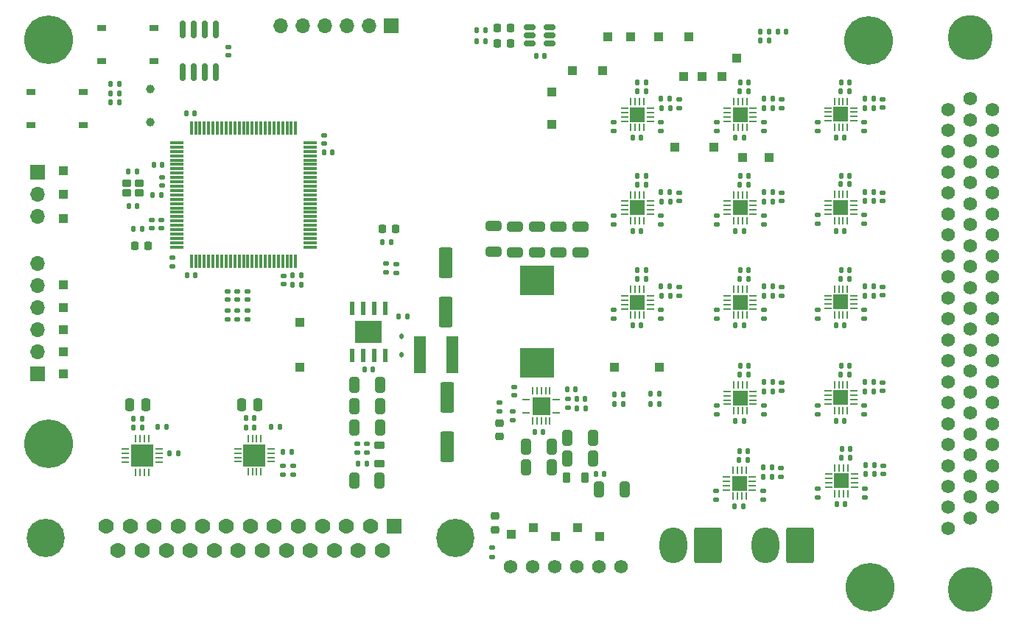
<source format=gbr>
%TF.GenerationSoftware,KiCad,Pcbnew,8.0.1*%
%TF.CreationDate,2024-11-04T21:37:07-08:00*%
%TF.ProjectId,kasm_pcb_rev2,6b61736d-5f70-4636-925f-726576322e6b,rev?*%
%TF.SameCoordinates,Original*%
%TF.FileFunction,Soldermask,Top*%
%TF.FilePolarity,Negative*%
%FSLAX46Y46*%
G04 Gerber Fmt 4.6, Leading zero omitted, Abs format (unit mm)*
G04 Created by KiCad (PCBNEW 8.0.1) date 2024-11-04 21:37:07*
%MOMM*%
%LPD*%
G01*
G04 APERTURE LIST*
G04 Aperture macros list*
%AMRoundRect*
0 Rectangle with rounded corners*
0 $1 Rounding radius*
0 $2 $3 $4 $5 $6 $7 $8 $9 X,Y pos of 4 corners*
0 Add a 4 corners polygon primitive as box body*
4,1,4,$2,$3,$4,$5,$6,$7,$8,$9,$2,$3,0*
0 Add four circle primitives for the rounded corners*
1,1,$1+$1,$2,$3*
1,1,$1+$1,$4,$5*
1,1,$1+$1,$6,$7*
1,1,$1+$1,$8,$9*
0 Add four rect primitives between the rounded corners*
20,1,$1+$1,$2,$3,$4,$5,0*
20,1,$1+$1,$4,$5,$6,$7,0*
20,1,$1+$1,$6,$7,$8,$9,0*
20,1,$1+$1,$8,$9,$2,$3,0*%
G04 Aperture macros list end*
%ADD10RoundRect,0.135000X-0.185000X0.135000X-0.185000X-0.135000X0.185000X-0.135000X0.185000X0.135000X0*%
%ADD11RoundRect,0.218750X0.256250X-0.218750X0.256250X0.218750X-0.256250X0.218750X-0.256250X-0.218750X0*%
%ADD12C,4.395000*%
%ADD13RoundRect,0.102000X-0.781050X-0.781050X0.781050X-0.781050X0.781050X0.781050X-0.781050X0.781050X0*%
%ADD14C,1.766100*%
%ADD15RoundRect,0.135000X-0.135000X-0.185000X0.135000X-0.185000X0.135000X0.185000X-0.135000X0.185000X0*%
%ADD16RoundRect,0.062500X0.375000X0.062500X-0.375000X0.062500X-0.375000X-0.062500X0.375000X-0.062500X0*%
%ADD17RoundRect,0.062500X0.062500X0.375000X-0.062500X0.375000X-0.062500X-0.375000X0.062500X-0.375000X0*%
%ADD18R,2.600000X2.600000*%
%ADD19RoundRect,0.250000X0.325000X0.650000X-0.325000X0.650000X-0.325000X-0.650000X0.325000X-0.650000X0*%
%ADD20RoundRect,0.135000X0.135000X0.185000X-0.135000X0.185000X-0.135000X-0.185000X0.135000X-0.185000X0*%
%ADD21R,0.600000X1.550000*%
%ADD22R,3.100000X2.600000*%
%ADD23R,1.000000X0.750000*%
%ADD24R,1.000000X1.000000*%
%ADD25RoundRect,0.140000X-0.140000X-0.170000X0.140000X-0.170000X0.140000X0.170000X-0.140000X0.170000X0*%
%ADD26RoundRect,0.140000X0.170000X-0.140000X0.170000X0.140000X-0.170000X0.140000X-0.170000X-0.140000X0*%
%ADD27RoundRect,0.140000X0.140000X0.170000X-0.140000X0.170000X-0.140000X-0.170000X0.140000X-0.170000X0*%
%ADD28RoundRect,0.062500X-0.325000X-0.062500X0.325000X-0.062500X0.325000X0.062500X-0.325000X0.062500X0*%
%ADD29RoundRect,0.062500X-0.062500X-0.325000X0.062500X-0.325000X0.062500X0.325000X-0.062500X0.325000X0*%
%ADD30R,1.800000X1.800000*%
%ADD31R,1.400000X4.200000*%
%ADD32RoundRect,0.218750X-0.218750X-0.256250X0.218750X-0.256250X0.218750X0.256250X-0.218750X0.256250X0*%
%ADD33RoundRect,0.250000X0.550000X-1.500000X0.550000X1.500000X-0.550000X1.500000X-0.550000X-1.500000X0*%
%ADD34RoundRect,0.250000X1.330000X1.800000X-1.330000X1.800000X-1.330000X-1.800000X1.330000X-1.800000X0*%
%ADD35O,3.160000X4.100000*%
%ADD36C,5.600000*%
%ADD37RoundRect,0.135000X0.185000X-0.135000X0.185000X0.135000X-0.185000X0.135000X-0.185000X-0.135000X0*%
%ADD38RoundRect,0.112500X0.112500X-0.187500X0.112500X0.187500X-0.112500X0.187500X-0.112500X-0.187500X0*%
%ADD39C,1.574800*%
%ADD40RoundRect,0.218750X0.381250X-0.218750X0.381250X0.218750X-0.381250X0.218750X-0.381250X-0.218750X0*%
%ADD41RoundRect,0.147500X0.172500X-0.147500X0.172500X0.147500X-0.172500X0.147500X-0.172500X-0.147500X0*%
%ADD42RoundRect,0.250000X0.650000X-0.325000X0.650000X0.325000X-0.650000X0.325000X-0.650000X-0.325000X0*%
%ADD43RoundRect,0.218750X0.218750X0.381250X-0.218750X0.381250X-0.218750X-0.381250X0.218750X-0.381250X0*%
%ADD44RoundRect,0.250000X0.250000X0.475000X-0.250000X0.475000X-0.250000X-0.475000X0.250000X-0.475000X0*%
%ADD45R,4.000000X3.500000*%
%ADD46RoundRect,0.218750X0.218750X0.256250X-0.218750X0.256250X-0.218750X-0.256250X0.218750X-0.256250X0*%
%ADD47C,1.575000*%
%ADD48C,5.175000*%
%ADD49RoundRect,0.250000X-0.325000X-0.650000X0.325000X-0.650000X0.325000X0.650000X-0.325000X0.650000X0*%
%ADD50RoundRect,0.150000X-0.150000X0.825000X-0.150000X-0.825000X0.150000X-0.825000X0.150000X0.825000X0*%
%ADD51RoundRect,0.140000X-0.170000X0.140000X-0.170000X-0.140000X0.170000X-0.140000X0.170000X0.140000X0*%
%ADD52RoundRect,0.218750X-0.256250X0.218750X-0.256250X-0.218750X0.256250X-0.218750X0.256250X0.218750X0*%
%ADD53RoundRect,0.150000X0.512500X0.150000X-0.512500X0.150000X-0.512500X-0.150000X0.512500X-0.150000X0*%
%ADD54RoundRect,0.250000X-0.550000X1.500000X-0.550000X-1.500000X0.550000X-1.500000X0.550000X1.500000X0*%
%ADD55R,0.850000X0.280000*%
%ADD56R,0.280000X0.850000*%
%ADD57R,2.050000X2.050000*%
%ADD58C,1.000000*%
%ADD59R,1.700000X1.700000*%
%ADD60O,1.700000X1.700000*%
%ADD61RoundRect,0.102000X-0.373000X-0.323000X0.373000X-0.323000X0.373000X0.323000X-0.373000X0.323000X0*%
%ADD62RoundRect,0.075000X-0.725000X-0.075000X0.725000X-0.075000X0.725000X0.075000X-0.725000X0.075000X0*%
%ADD63RoundRect,0.075000X-0.075000X-0.725000X0.075000X-0.725000X0.075000X0.725000X-0.075000X0.725000X0*%
G04 APERTURE END LIST*
D10*
%TO.C,R23*%
X132359400Y-117830600D03*
X132359400Y-116810600D03*
%TD*%
D11*
%TO.C,D9*%
X132685600Y-113153100D03*
X132685600Y-114728100D03*
%TD*%
D12*
%TO.C,J4*%
X81077400Y-115697000D03*
X128118200Y-115697000D03*
D13*
X121157800Y-114274600D03*
D14*
X118397800Y-114274600D03*
X115637800Y-114274600D03*
X112877800Y-114274600D03*
X110117800Y-114274600D03*
X107357800Y-114274600D03*
X104597800Y-114274600D03*
X101837800Y-114274600D03*
X99077800Y-114274600D03*
X96317800Y-114274600D03*
X93557800Y-114274600D03*
X90797800Y-114274600D03*
X88037800Y-114274600D03*
X119777800Y-117119400D03*
X117017800Y-117119400D03*
X114257800Y-117119400D03*
X111497800Y-117119400D03*
X108737800Y-117119400D03*
X105977800Y-117119400D03*
X103217800Y-117119400D03*
X100457800Y-117119400D03*
X97697800Y-117119400D03*
X94937800Y-117119400D03*
X92177800Y-117119400D03*
X89417800Y-117119400D03*
%TD*%
D15*
%TO.C,R81*%
X160780000Y-106710200D03*
X161800000Y-106710200D03*
%TD*%
D16*
%TO.C,U9*%
X107018600Y-106903800D03*
X107018600Y-106403800D03*
X107018600Y-105903800D03*
X107018600Y-105403800D03*
D17*
X105831100Y-104216300D03*
X105331100Y-104216300D03*
X104831100Y-104216300D03*
X104331100Y-104216300D03*
D16*
X103143600Y-105403800D03*
X103143600Y-105903800D03*
X103143600Y-106403800D03*
X103143600Y-106903800D03*
D17*
X104331100Y-108091300D03*
X104831100Y-108091300D03*
X105331100Y-108091300D03*
X105831100Y-108091300D03*
D18*
X105081100Y-106153800D03*
%TD*%
D15*
%TO.C,R36*%
X172438600Y-64262000D03*
X173458600Y-64262000D03*
%TD*%
D19*
%TO.C,C2*%
X119473800Y-109089800D03*
X116523800Y-109089800D03*
%TD*%
D20*
%TO.C,R7*%
X147421600Y-100253800D03*
X146401600Y-100253800D03*
%TD*%
D15*
%TO.C,R71*%
X172438600Y-85852000D03*
X173458600Y-85852000D03*
%TD*%
%TO.C,R16*%
X93370600Y-76250800D03*
X94390600Y-76250800D03*
%TD*%
D21*
%TO.C,U1*%
X120094600Y-89257600D03*
X118824600Y-89257600D03*
X117554600Y-89257600D03*
X116284600Y-89257600D03*
X116284600Y-94657600D03*
X117554600Y-94657600D03*
X118824600Y-94657600D03*
X120094600Y-94657600D03*
D22*
X118189600Y-91957600D03*
%TD*%
D15*
%TO.C,R76*%
X149045200Y-85877400D03*
X150065200Y-85877400D03*
%TD*%
D23*
%TO.C,SW1*%
X79375000Y-64393600D03*
X85375000Y-64393600D03*
X79375000Y-68143600D03*
X85375000Y-68143600D03*
%TD*%
D10*
%TO.C,R40*%
X169773600Y-78534800D03*
X169773600Y-79554800D03*
%TD*%
%TO.C,R9*%
X134793800Y-101137600D03*
X134793800Y-102157600D03*
%TD*%
D24*
%TO.C,TP33*%
X160502600Y-60502800D03*
%TD*%
D25*
%TO.C,C75*%
X148541800Y-91236800D03*
X149501800Y-91236800D03*
%TD*%
D26*
%TO.C,C50*%
X177266600Y-66164400D03*
X177266600Y-65204400D03*
%TD*%
D15*
%TO.C,R96*%
X149045200Y-75006200D03*
X150065200Y-75006200D03*
%TD*%
D27*
%TO.C,C57*%
X92148600Y-102971600D03*
X91188600Y-102971600D03*
%TD*%
D28*
%TO.C,U12*%
X170985700Y-98774400D03*
X170985700Y-99274400D03*
X170985700Y-99774400D03*
X170985700Y-100274400D03*
D29*
X171723200Y-101011900D03*
X172223200Y-101011900D03*
X172723200Y-101011900D03*
X173223200Y-101011900D03*
D28*
X173960700Y-100274400D03*
X173960700Y-99774400D03*
X173960700Y-99274400D03*
X173960700Y-98774400D03*
D29*
X173223200Y-98036900D03*
X172723200Y-98036900D03*
X172223200Y-98036900D03*
X171723200Y-98036900D03*
D30*
X172473200Y-99524400D03*
%TD*%
D27*
%TO.C,C73*%
X173454000Y-84861400D03*
X172494000Y-84861400D03*
%TD*%
D15*
%TO.C,R54*%
X163624800Y-65151000D03*
X164644800Y-65151000D03*
%TD*%
D25*
%TO.C,C51*%
X171935200Y-80340200D03*
X172895200Y-80340200D03*
%TD*%
D28*
%TO.C,U11*%
X170985700Y-76905000D03*
X170985700Y-77405000D03*
X170985700Y-77905000D03*
X170985700Y-78405000D03*
D29*
X171723200Y-79142500D03*
X172223200Y-79142500D03*
X172723200Y-79142500D03*
X173223200Y-79142500D03*
D28*
X173960700Y-78405000D03*
X173960700Y-77905000D03*
X173960700Y-77405000D03*
X173960700Y-76905000D03*
D29*
X173223200Y-76167500D03*
X172723200Y-76167500D03*
X172223200Y-76167500D03*
X171723200Y-76167500D03*
D30*
X172473200Y-77655000D03*
%TD*%
D19*
%TO.C,C15*%
X139242400Y-105207400D03*
X136292400Y-105207400D03*
%TD*%
D10*
%TO.C,R95*%
X146380200Y-78560200D03*
X146380200Y-79580200D03*
%TD*%
D25*
%TO.C,C25*%
X142141000Y-100736200D03*
X143101000Y-100736200D03*
%TD*%
D26*
%TO.C,C74*%
X177266600Y-87754400D03*
X177266600Y-86794400D03*
%TD*%
D24*
%TO.C,TP22*%
X139217400Y-64338200D03*
%TD*%
D31*
%TO.C,L1*%
X124073600Y-94594800D03*
X127773600Y-94594800D03*
%TD*%
D20*
%TO.C,R13*%
X92159400Y-80137000D03*
X91139400Y-80137000D03*
%TD*%
D25*
%TO.C,C69*%
X148541800Y-69646800D03*
X149501800Y-69646800D03*
%TD*%
D27*
%TO.C,C88*%
X150060600Y-74015600D03*
X149100600Y-74015600D03*
%TD*%
D26*
%TO.C,C62*%
X165684200Y-66189800D03*
X165684200Y-65229800D03*
%TD*%
D15*
%TO.C,R18*%
X119735700Y-81610200D03*
X120755700Y-81610200D03*
%TD*%
D24*
%TO.C,TP13*%
X110261400Y-90850600D03*
%TD*%
D27*
%TO.C,C40*%
X91543200Y-73507600D03*
X90583200Y-73507600D03*
%TD*%
D10*
%TO.C,R80*%
X158115000Y-110264200D03*
X158115000Y-111284200D03*
%TD*%
D32*
%TO.C,D5*%
X119760900Y-80137000D03*
X121335900Y-80137000D03*
%TD*%
D15*
%TO.C,R69*%
X151813800Y-65151000D03*
X152833800Y-65151000D03*
%TD*%
D33*
%TO.C,C8*%
X127015800Y-89647800D03*
X127015800Y-84047800D03*
%TD*%
D25*
%TO.C,C24*%
X142136000Y-99650800D03*
X143096000Y-99650800D03*
%TD*%
D34*
%TO.C,J1*%
X167784000Y-116522600D03*
D35*
X163824000Y-116522600D03*
%TD*%
D27*
%TO.C,C79*%
X161795400Y-105719600D03*
X160835400Y-105719600D03*
%TD*%
D25*
%TO.C,C54*%
X171935200Y-102209600D03*
X172895200Y-102209600D03*
%TD*%
D24*
%TO.C,TP15*%
X83108800Y-86563200D03*
%TD*%
D27*
%TO.C,C64*%
X161871600Y-84886800D03*
X160911600Y-84886800D03*
%TD*%
D36*
%TO.C,H3*%
X81432400Y-58389400D03*
%TD*%
D15*
%TO.C,R10*%
X146401600Y-99118932D03*
X147421600Y-99118932D03*
%TD*%
D24*
%TO.C,TP31*%
X157861000Y-70713600D03*
%TD*%
D15*
%TO.C,R84*%
X163548600Y-107573800D03*
X164568600Y-107573800D03*
%TD*%
D27*
%TO.C,C27*%
X110441800Y-85471000D03*
X109481800Y-85471000D03*
%TD*%
D10*
%TO.C,R82*%
X163525200Y-110262200D03*
X163525200Y-111282200D03*
%TD*%
D24*
%TO.C,TP29*%
X158826200Y-62585600D03*
%TD*%
D15*
%TO.C,R26*%
X108301600Y-105765600D03*
X109321600Y-105765600D03*
%TD*%
D37*
%TO.C,R27*%
X109499400Y-108383800D03*
X109499400Y-107363800D03*
%TD*%
D24*
%TO.C,TP16*%
X144741900Y-115468400D03*
%TD*%
D38*
%TO.C,D1*%
X122012000Y-94603400D03*
X122012000Y-92503400D03*
%TD*%
D15*
%TO.C,R68*%
X151839200Y-66217800D03*
X152859200Y-66217800D03*
%TD*%
D26*
%TO.C,C71*%
X153873200Y-66189800D03*
X153873200Y-65229800D03*
%TD*%
D15*
%TO.C,R56*%
X160856200Y-85877400D03*
X161876200Y-85877400D03*
%TD*%
D39*
%TO.C,J6*%
X134518400Y-118986800D03*
X137058400Y-118986800D03*
X139598400Y-118986800D03*
X142138400Y-118986800D03*
X144678400Y-118986800D03*
X147218400Y-118986800D03*
%TD*%
D25*
%TO.C,C63*%
X160352800Y-91236800D03*
X161312800Y-91236800D03*
%TD*%
D10*
%TO.C,R90*%
X158191200Y-78560200D03*
X158191200Y-79580200D03*
%TD*%
D15*
%TO.C,R12*%
X88517000Y-65582800D03*
X89537000Y-65582800D03*
%TD*%
%TO.C,R41*%
X172438600Y-74980800D03*
X173458600Y-74980800D03*
%TD*%
D40*
%TO.C,FB1*%
X119446600Y-107104300D03*
X119446600Y-104979300D03*
%TD*%
D10*
%TO.C,R45*%
X169773600Y-100404200D03*
X169773600Y-101424200D03*
%TD*%
D15*
%TO.C,R63*%
X163650200Y-98806000D03*
X164670200Y-98806000D03*
%TD*%
D10*
%TO.C,R35*%
X169773600Y-67816000D03*
X169773600Y-68836000D03*
%TD*%
D15*
%TO.C,R14*%
X88517000Y-63398400D03*
X89537000Y-63398400D03*
%TD*%
D10*
%TO.C,R42*%
X175183800Y-78532800D03*
X175183800Y-79552800D03*
%TD*%
D24*
%TO.C,TP14*%
X83108800Y-78892400D03*
%TD*%
D27*
%TO.C,C70*%
X150060600Y-63296800D03*
X149100600Y-63296800D03*
%TD*%
D25*
%TO.C,C41*%
X90634000Y-77444600D03*
X91594000Y-77444600D03*
%TD*%
D28*
%TO.C,U15*%
X159403300Y-98799800D03*
X159403300Y-99299800D03*
X159403300Y-99799800D03*
X159403300Y-100299800D03*
D29*
X160140800Y-101037300D03*
X160640800Y-101037300D03*
X161140800Y-101037300D03*
X161640800Y-101037300D03*
D28*
X162378300Y-100299800D03*
X162378300Y-99799800D03*
X162378300Y-99299800D03*
X162378300Y-98799800D03*
D29*
X161640800Y-98062300D03*
X161140800Y-98062300D03*
X160640800Y-98062300D03*
X160140800Y-98062300D03*
D30*
X160890800Y-99549800D03*
%TD*%
D24*
%TO.C,TP5*%
X151638000Y-96062800D03*
%TD*%
D26*
%TO.C,C80*%
X165608000Y-108612600D03*
X165608000Y-107652600D03*
%TD*%
D41*
%TO.C,D6*%
X101981000Y-88272000D03*
X101981000Y-87302000D03*
%TD*%
D42*
%TO.C,C19*%
X132542800Y-82756600D03*
X132542800Y-79806600D03*
%TD*%
D41*
%TO.C,D7*%
X103124000Y-88274000D03*
X103124000Y-87304000D03*
%TD*%
D25*
%TO.C,C84*%
X160352800Y-80365600D03*
X161312800Y-80365600D03*
%TD*%
D43*
%TO.C,FB2*%
X143058600Y-108738000D03*
X140933600Y-108738000D03*
%TD*%
D10*
%TO.C,R92*%
X163601400Y-78558200D03*
X163601400Y-79578200D03*
%TD*%
D24*
%TO.C,TP23*%
X141605000Y-61925200D03*
%TD*%
D25*
%TO.C,C36*%
X93504200Y-72720200D03*
X94464200Y-72720200D03*
%TD*%
D26*
%TO.C,C31*%
X94488000Y-75156000D03*
X94488000Y-74196000D03*
%TD*%
D10*
%TO.C,R47*%
X175183800Y-100402200D03*
X175183800Y-101422200D03*
%TD*%
%TO.C,R11*%
X141066600Y-99699600D03*
X141066600Y-100719600D03*
%TD*%
D15*
%TO.C,R49*%
X175207200Y-97713800D03*
X176227200Y-97713800D03*
%TD*%
D26*
%TO.C,C89*%
X153873200Y-76908600D03*
X153873200Y-75948600D03*
%TD*%
D15*
%TO.C,R86*%
X172514800Y-106405400D03*
X173534800Y-106405400D03*
%TD*%
D44*
%TO.C,C58*%
X92618600Y-100355400D03*
X90718600Y-100355400D03*
%TD*%
D45*
%TO.C,L2*%
X137591800Y-95555000D03*
X137591800Y-86055000D03*
%TD*%
D24*
%TO.C,TP24*%
X151561800Y-57988200D03*
%TD*%
%TO.C,TP1*%
X146456400Y-96062800D03*
%TD*%
D10*
%TO.C,R85*%
X169849800Y-109959400D03*
X169849800Y-110979400D03*
%TD*%
D46*
%TO.C,D4*%
X134518500Y-57023000D03*
X132943500Y-57023000D03*
%TD*%
D10*
%TO.C,R52*%
X163601400Y-67839400D03*
X163601400Y-68859400D03*
%TD*%
D24*
%TO.C,TP32*%
X156540200Y-62585600D03*
%TD*%
D27*
%TO.C,C28*%
X98276800Y-85471000D03*
X97316800Y-85471000D03*
%TD*%
D47*
%TO.C,J20*%
X184835800Y-66362800D03*
X184835800Y-68772800D03*
X184835800Y-71182800D03*
X184835800Y-73592800D03*
X184835800Y-76002800D03*
X184835800Y-78412800D03*
X184835800Y-80822800D03*
X184835800Y-83232800D03*
X184835800Y-85642800D03*
X184835800Y-88052800D03*
X184835800Y-90462800D03*
X184835800Y-92872800D03*
X184835800Y-95282800D03*
X184835800Y-97692800D03*
X184835800Y-100102800D03*
X184835800Y-102512800D03*
X184835800Y-104922800D03*
X184835800Y-107332800D03*
X184835800Y-109742800D03*
X184835800Y-112152800D03*
X184835800Y-114562800D03*
X187375800Y-65157800D03*
X187375800Y-67567800D03*
X187375800Y-69977800D03*
X187375800Y-72387800D03*
X187375800Y-74797800D03*
X187375800Y-77207800D03*
X187375800Y-79617800D03*
X187375800Y-82027800D03*
X187375800Y-84437800D03*
X187375800Y-86847800D03*
X187375800Y-89257800D03*
X187375800Y-91667800D03*
X187375800Y-94077800D03*
X187375800Y-96487800D03*
X187375800Y-98897800D03*
X187375800Y-101307800D03*
X187375800Y-103717800D03*
X187375800Y-106127800D03*
X187375800Y-108537800D03*
X187375800Y-110947800D03*
X187375800Y-113357800D03*
X189915800Y-66362800D03*
X189915800Y-68772800D03*
X189915800Y-71182800D03*
X189915800Y-73592800D03*
X189915800Y-76002800D03*
X189915800Y-78412800D03*
X189915800Y-80822800D03*
X189915800Y-83232800D03*
X189915800Y-85642800D03*
X189915800Y-88052800D03*
X189915800Y-90462800D03*
X189915800Y-92872800D03*
X189915800Y-95282800D03*
X189915800Y-97692800D03*
X189915800Y-100102800D03*
X189915800Y-102512800D03*
X189915800Y-104922800D03*
X189915800Y-107332800D03*
X189915800Y-109742800D03*
X189915800Y-112152800D03*
D48*
X187375800Y-58109800D03*
X187375800Y-121610800D03*
%TD*%
D24*
%TO.C,TP34*%
X164185600Y-71882000D03*
%TD*%
D25*
%TO.C,C66*%
X160352800Y-102235000D03*
X161312800Y-102235000D03*
%TD*%
D49*
%TO.C,C10*%
X144682400Y-110058800D03*
X147632400Y-110058800D03*
%TD*%
D24*
%TO.C,TP19*%
X139217400Y-68046600D03*
%TD*%
D27*
%TO.C,C82*%
X173530200Y-105414800D03*
X172570200Y-105414800D03*
%TD*%
D10*
%TO.C,R21*%
X104267000Y-89533000D03*
X104267000Y-90553000D03*
%TD*%
D15*
%TO.C,R66*%
X149045200Y-64287400D03*
X150065200Y-64287400D03*
%TD*%
D25*
%TO.C,C78*%
X160276600Y-112069600D03*
X161236600Y-112069600D03*
%TD*%
D10*
%TO.C,R65*%
X146380200Y-67841400D03*
X146380200Y-68861400D03*
%TD*%
D42*
%TO.C,C21*%
X137543800Y-82782000D03*
X137543800Y-79832000D03*
%TD*%
D15*
%TO.C,R31*%
X95322200Y-105892600D03*
X96342200Y-105892600D03*
%TD*%
D28*
%TO.C,U18*%
X147592300Y-87801600D03*
X147592300Y-88301600D03*
X147592300Y-88801600D03*
X147592300Y-89301600D03*
D29*
X148329800Y-90039100D03*
X148829800Y-90039100D03*
X149329800Y-90039100D03*
X149829800Y-90039100D03*
D28*
X150567300Y-89301600D03*
X150567300Y-88801600D03*
X150567300Y-88301600D03*
X150567300Y-87801600D03*
D29*
X149829800Y-87064100D03*
X149329800Y-87064100D03*
X148829800Y-87064100D03*
X148329800Y-87064100D03*
D30*
X149079800Y-88551600D03*
%TD*%
D26*
%TO.C,C77*%
X153873200Y-87779800D03*
X153873200Y-86819800D03*
%TD*%
D50*
%TO.C,U3*%
X100595200Y-57138800D03*
X99325200Y-57138800D03*
X98055200Y-57138800D03*
X96785200Y-57138800D03*
X96785200Y-62088800D03*
X98055200Y-62088800D03*
X99325200Y-62088800D03*
X100595200Y-62088800D03*
%TD*%
D23*
%TO.C,SW2*%
X87500200Y-57027600D03*
X93500200Y-57027600D03*
X87500200Y-60777600D03*
X93500200Y-60777600D03*
%TD*%
D10*
%TO.C,R37*%
X175183800Y-67814000D03*
X175183800Y-68834000D03*
%TD*%
D15*
%TO.C,R83*%
X163574000Y-108640600D03*
X164594000Y-108640600D03*
%TD*%
D24*
%TO.C,TP7*%
X83108800Y-94250932D03*
%TD*%
D15*
%TO.C,R73*%
X175232600Y-87782400D03*
X176252600Y-87782400D03*
%TD*%
D28*
%TO.C,U8*%
X170985700Y-66186200D03*
X170985700Y-66686200D03*
X170985700Y-67186200D03*
X170985700Y-67686200D03*
D29*
X171723200Y-68423700D03*
X172223200Y-68423700D03*
X172723200Y-68423700D03*
X173223200Y-68423700D03*
D28*
X173960700Y-67686200D03*
X173960700Y-67186200D03*
X173960700Y-66686200D03*
X173960700Y-66186200D03*
D29*
X173223200Y-65448700D03*
X172723200Y-65448700D03*
X172223200Y-65448700D03*
X171723200Y-65448700D03*
D30*
X172473200Y-66936200D03*
%TD*%
D24*
%TO.C,TP28*%
X154432000Y-62585600D03*
%TD*%
D27*
%TO.C,C16*%
X138248200Y-103438666D03*
X137288200Y-103438666D03*
%TD*%
D51*
%TO.C,C35*%
X93298400Y-79098200D03*
X93298400Y-80058200D03*
%TD*%
D15*
%TO.C,R58*%
X163650200Y-87807800D03*
X164670200Y-87807800D03*
%TD*%
D28*
%TO.C,U22*%
X147592300Y-76930400D03*
X147592300Y-77430400D03*
X147592300Y-77930400D03*
X147592300Y-78430400D03*
D29*
X148329800Y-79167900D03*
X148829800Y-79167900D03*
X149329800Y-79167900D03*
X149829800Y-79167900D03*
D28*
X150567300Y-78430400D03*
X150567300Y-77930400D03*
X150567300Y-77430400D03*
X150567300Y-76930400D03*
D29*
X149829800Y-76192900D03*
X149329800Y-76192900D03*
X148829800Y-76192900D03*
X148329800Y-76192900D03*
D30*
X149079800Y-77680400D03*
%TD*%
D26*
%TO.C,C86*%
X165684200Y-76908600D03*
X165684200Y-75948600D03*
%TD*%
D10*
%TO.C,R55*%
X158191200Y-89431400D03*
X158191200Y-90451400D03*
%TD*%
D25*
%TO.C,C33*%
X137467500Y-60198000D03*
X138427500Y-60198000D03*
%TD*%
D26*
%TO.C,C34*%
X94365200Y-80058200D03*
X94365200Y-79098200D03*
%TD*%
D27*
%TO.C,C7*%
X118679400Y-96296600D03*
X117719400Y-96296600D03*
%TD*%
D42*
%TO.C,C20*%
X135043300Y-82780200D03*
X135043300Y-79830200D03*
%TD*%
D25*
%TO.C,C11*%
X144305800Y-108331600D03*
X145265800Y-108331600D03*
%TD*%
D10*
%TO.C,R57*%
X163601400Y-89429400D03*
X163601400Y-90449400D03*
%TD*%
D28*
%TO.C,U21*%
X159403300Y-76930400D03*
X159403300Y-77430400D03*
X159403300Y-77930400D03*
X159403300Y-78430400D03*
D29*
X160140800Y-79167900D03*
X160640800Y-79167900D03*
X161140800Y-79167900D03*
X161640800Y-79167900D03*
D28*
X162378300Y-78430400D03*
X162378300Y-77930400D03*
X162378300Y-77430400D03*
X162378300Y-76930400D03*
D29*
X161640800Y-76192900D03*
X161140800Y-76192900D03*
X160640800Y-76192900D03*
X160140800Y-76192900D03*
D30*
X160890800Y-77680400D03*
%TD*%
D52*
%TO.C,D2*%
X133244400Y-102438100D03*
X133244400Y-104013100D03*
%TD*%
D27*
%TO.C,C37*%
X89507000Y-64490600D03*
X88547000Y-64490600D03*
%TD*%
D10*
%TO.C,R62*%
X163601400Y-100427600D03*
X163601400Y-101447600D03*
%TD*%
D25*
%TO.C,C42*%
X165239000Y-57378600D03*
X166199000Y-57378600D03*
%TD*%
D28*
%TO.C,U19*%
X159327100Y-108634400D03*
X159327100Y-109134400D03*
X159327100Y-109634400D03*
X159327100Y-110134400D03*
D29*
X160064600Y-110871900D03*
X160564600Y-110871900D03*
X161064600Y-110871900D03*
X161564600Y-110871900D03*
D28*
X162302100Y-110134400D03*
X162302100Y-109634400D03*
X162302100Y-109134400D03*
X162302100Y-108634400D03*
D29*
X161564600Y-107896900D03*
X161064600Y-107896900D03*
X160564600Y-107896900D03*
X160064600Y-107896900D03*
D30*
X160814600Y-109384400D03*
%TD*%
D26*
%TO.C,C59*%
X177266600Y-98752600D03*
X177266600Y-97792600D03*
%TD*%
D36*
%TO.C,H2*%
X81432400Y-104825800D03*
%TD*%
D15*
%TO.C,R32*%
X163229800Y-57378600D03*
X164249800Y-57378600D03*
%TD*%
D26*
%TO.C,C83*%
X177342800Y-108307800D03*
X177342800Y-107347800D03*
%TD*%
D10*
%TO.C,R77*%
X151790400Y-89429400D03*
X151790400Y-90449400D03*
%TD*%
D24*
%TO.C,TP10*%
X83108800Y-89204800D03*
%TD*%
D20*
%TO.C,R33*%
X164247800Y-58445400D03*
X163227800Y-58445400D03*
%TD*%
D53*
%TO.C,U6*%
X138963500Y-58796000D03*
X138963500Y-57846000D03*
X138963500Y-56896000D03*
X136688500Y-56896000D03*
X136688500Y-57846000D03*
X136688500Y-58796000D03*
%TD*%
D54*
%TO.C,C9*%
X127193600Y-99541800D03*
X127193600Y-105141800D03*
%TD*%
D10*
%TO.C,R72*%
X175183800Y-89404000D03*
X175183800Y-90424000D03*
%TD*%
D27*
%TO.C,C85*%
X161871600Y-74015600D03*
X160911600Y-74015600D03*
%TD*%
D26*
%TO.C,C26*%
X102083600Y-60165200D03*
X102083600Y-59205200D03*
%TD*%
D27*
%TO.C,C52*%
X173454000Y-73990200D03*
X172494000Y-73990200D03*
%TD*%
D24*
%TO.C,TP8*%
X83108800Y-96774000D03*
%TD*%
D42*
%TO.C,C18*%
X142544800Y-82807400D03*
X142544800Y-79857400D03*
%TD*%
D15*
%TO.C,R43*%
X175232600Y-76911200D03*
X176252600Y-76911200D03*
%TD*%
%TO.C,R46*%
X172438600Y-96850200D03*
X173458600Y-96850200D03*
%TD*%
D28*
%TO.C,U20*%
X171061900Y-108329600D03*
X171061900Y-108829600D03*
X171061900Y-109329600D03*
X171061900Y-109829600D03*
D29*
X171799400Y-110567100D03*
X172299400Y-110567100D03*
X172799400Y-110567100D03*
X173299400Y-110567100D03*
D28*
X174036900Y-109829600D03*
X174036900Y-109329600D03*
X174036900Y-108829600D03*
X174036900Y-108329600D03*
D29*
X173299400Y-107592100D03*
X172799400Y-107592100D03*
X172299400Y-107592100D03*
X171799400Y-107592100D03*
D30*
X172549400Y-109079600D03*
%TD*%
D24*
%TO.C,TP9*%
X83108800Y-91727866D03*
%TD*%
D19*
%TO.C,C14*%
X139242400Y-107578866D03*
X136292400Y-107578866D03*
%TD*%
D27*
%TO.C,C56*%
X92148600Y-101942800D03*
X91188600Y-101942800D03*
%TD*%
D55*
%TO.C,U2*%
X136302600Y-101245000D03*
D56*
X137027600Y-102220000D03*
X137527600Y-102220000D03*
X138027600Y-102220000D03*
X138527600Y-102220000D03*
X139027600Y-102220000D03*
D55*
X139752600Y-101245000D03*
X139752600Y-99745000D03*
D56*
X139027600Y-98770000D03*
X138527600Y-98770000D03*
X138027600Y-98770000D03*
X137527600Y-98770000D03*
X137027600Y-98770000D03*
D55*
X136302600Y-99745000D03*
D57*
X138027600Y-100495000D03*
%TD*%
D49*
%TO.C,C12*%
X141064000Y-104156732D03*
X144014000Y-104156732D03*
%TD*%
D27*
%TO.C,C43*%
X105029000Y-101904800D03*
X104069000Y-101904800D03*
%TD*%
D37*
%TO.C,R28*%
X108331000Y-108383800D03*
X108331000Y-107363800D03*
%TD*%
D36*
%TO.C,H1*%
X175793400Y-121335800D03*
%TD*%
D15*
%TO.C,R34*%
X93978000Y-102920800D03*
X94998000Y-102920800D03*
%TD*%
D16*
%TO.C,U10*%
X94114100Y-106922000D03*
X94114100Y-106422000D03*
X94114100Y-105922000D03*
X94114100Y-105422000D03*
D17*
X92926600Y-104234500D03*
X92426600Y-104234500D03*
X91926600Y-104234500D03*
X91426600Y-104234500D03*
D16*
X90239100Y-105422000D03*
X90239100Y-105922000D03*
X90239100Y-106422000D03*
X90239100Y-106922000D03*
D17*
X91426600Y-108109500D03*
X91926600Y-108109500D03*
X92426600Y-108109500D03*
X92926600Y-108109500D03*
D18*
X92176600Y-106172000D03*
%TD*%
D27*
%TO.C,C46*%
X105026400Y-102946200D03*
X104066400Y-102946200D03*
%TD*%
D25*
%TO.C,C81*%
X172011400Y-111764800D03*
X172971400Y-111764800D03*
%TD*%
D24*
%TO.C,TP25*%
X154965400Y-57988200D03*
%TD*%
%TO.C,TP6*%
X142201900Y-114452400D03*
%TD*%
D15*
%TO.C,R79*%
X151813800Y-86741000D03*
X152833800Y-86741000D03*
%TD*%
D25*
%TO.C,C48*%
X171935200Y-69621400D03*
X172895200Y-69621400D03*
%TD*%
D10*
%TO.C,R67*%
X151790400Y-67839400D03*
X151790400Y-68859400D03*
%TD*%
%TO.C,R3*%
X116932000Y-104869400D03*
X116932000Y-105889400D03*
%TD*%
D36*
%TO.C,H4*%
X175691800Y-58445400D03*
%TD*%
D25*
%TO.C,C87*%
X148541800Y-80365600D03*
X149501800Y-80365600D03*
%TD*%
D58*
%TO.C,TP27*%
X93141800Y-64033400D03*
%TD*%
D15*
%TO.C,R89*%
X175283400Y-107269000D03*
X176303400Y-107269000D03*
%TD*%
D37*
%TO.C,R4*%
X120234000Y-85148000D03*
X120234000Y-84128000D03*
%TD*%
D42*
%TO.C,C22*%
X140044300Y-82807400D03*
X140044300Y-79857400D03*
%TD*%
D10*
%TO.C,R6*%
X133209200Y-100075900D03*
X133209200Y-101095900D03*
%TD*%
D32*
%TO.C,L3*%
X91287400Y-82032350D03*
X92862400Y-82032350D03*
%TD*%
D28*
%TO.C,U16*%
X147592300Y-66211600D03*
X147592300Y-66711600D03*
X147592300Y-67211600D03*
X147592300Y-67711600D03*
D29*
X148329800Y-68449100D03*
X148829800Y-68449100D03*
X149329800Y-68449100D03*
X149829800Y-68449100D03*
D28*
X150567300Y-67711600D03*
X150567300Y-67211600D03*
X150567300Y-66711600D03*
X150567300Y-66211600D03*
D29*
X149829800Y-65474100D03*
X149329800Y-65474100D03*
X148829800Y-65474100D03*
X148329800Y-65474100D03*
D30*
X149079800Y-66961600D03*
%TD*%
D15*
%TO.C,R61*%
X160856200Y-96875600D03*
X161876200Y-96875600D03*
%TD*%
D25*
%TO.C,C30*%
X97215200Y-66827400D03*
X98175200Y-66827400D03*
%TD*%
D28*
%TO.C,U17*%
X170985700Y-87776200D03*
X170985700Y-88276200D03*
X170985700Y-88776200D03*
X170985700Y-89276200D03*
D29*
X171723200Y-90013700D03*
X172223200Y-90013700D03*
X172723200Y-90013700D03*
X173223200Y-90013700D03*
D28*
X173960700Y-89276200D03*
X173960700Y-88776200D03*
X173960700Y-88276200D03*
X173960700Y-87776200D03*
D29*
X173223200Y-87038700D03*
X172723200Y-87038700D03*
X172223200Y-87038700D03*
X171723200Y-87038700D03*
D30*
X172473200Y-88526200D03*
%TD*%
D15*
%TO.C,R93*%
X163650200Y-76936600D03*
X164670200Y-76936600D03*
%TD*%
D25*
%TO.C,C23*%
X141026600Y-98578000D03*
X141986600Y-98578000D03*
%TD*%
D24*
%TO.C,TP30*%
X153416000Y-70713600D03*
%TD*%
D10*
%TO.C,R2*%
X121419000Y-84144600D03*
X121419000Y-85164600D03*
%TD*%
D15*
%TO.C,R39*%
X175207200Y-65125600D03*
X176227200Y-65125600D03*
%TD*%
%TO.C,R29*%
X106982800Y-102895400D03*
X108002800Y-102895400D03*
%TD*%
D24*
%TO.C,TP2*%
X137121900Y-114452400D03*
%TD*%
D25*
%TO.C,C45*%
X113083400Y-71272400D03*
X114043400Y-71272400D03*
%TD*%
D15*
%TO.C,R74*%
X175207200Y-86715600D03*
X176227200Y-86715600D03*
%TD*%
%TO.C,R38*%
X175232600Y-66192400D03*
X176252600Y-66192400D03*
%TD*%
D51*
%TO.C,C44*%
X108458000Y-85524400D03*
X108458000Y-86484400D03*
%TD*%
D15*
%TO.C,R91*%
X160856200Y-75006200D03*
X161876200Y-75006200D03*
%TD*%
D25*
%TO.C,C32*%
X109479200Y-86537800D03*
X110439200Y-86537800D03*
%TD*%
D10*
%TO.C,R50*%
X158191200Y-67841400D03*
X158191200Y-68861400D03*
%TD*%
D37*
%TO.C,R1*%
X117998800Y-105889400D03*
X117998800Y-104869400D03*
%TD*%
D59*
%TO.C,J5*%
X120777000Y-56769000D03*
D60*
X118237000Y-56769000D03*
X115697000Y-56769000D03*
X113157000Y-56769000D03*
X110617000Y-56769000D03*
X108077000Y-56769000D03*
%TD*%
D15*
%TO.C,R51*%
X160856200Y-64287400D03*
X161876200Y-64287400D03*
%TD*%
D24*
%TO.C,TP20*%
X145719800Y-57988200D03*
%TD*%
D10*
%TO.C,R97*%
X151790400Y-78558200D03*
X151790400Y-79578200D03*
%TD*%
D59*
%TO.C,J7*%
X80137000Y-73609200D03*
D60*
X80137000Y-76149200D03*
X80137000Y-78689200D03*
%TD*%
D15*
%TO.C,R64*%
X163624800Y-97739200D03*
X164644800Y-97739200D03*
%TD*%
D10*
%TO.C,R75*%
X146380200Y-89431400D03*
X146380200Y-90451400D03*
%TD*%
D59*
%TO.C,J3*%
X80137000Y-96748600D03*
D60*
X80137000Y-94208600D03*
X80137000Y-91668600D03*
X80137000Y-89128600D03*
X80137000Y-86588600D03*
X80137000Y-84048600D03*
%TD*%
D15*
%TO.C,R44*%
X175207200Y-75844400D03*
X176227200Y-75844400D03*
%TD*%
%TO.C,R59*%
X163624800Y-86741000D03*
X164644800Y-86741000D03*
%TD*%
D61*
%TO.C,Y1*%
X90402800Y-76003800D03*
X91852800Y-76003800D03*
X91852800Y-74853800D03*
X90402800Y-74853800D03*
%TD*%
D27*
%TO.C,C76*%
X150060600Y-84886800D03*
X149100600Y-84886800D03*
%TD*%
D51*
%TO.C,C29*%
X113110400Y-69319200D03*
X113110400Y-70279200D03*
%TD*%
D24*
%TO.C,TP35*%
X161163000Y-71882000D03*
%TD*%
D26*
%TO.C,C53*%
X177266600Y-76883200D03*
X177266600Y-75923200D03*
%TD*%
D19*
%TO.C,C4*%
X119499200Y-102937332D03*
X116549200Y-102937332D03*
%TD*%
D24*
%TO.C,TP21*%
X148285200Y-57988200D03*
%TD*%
D25*
%TO.C,C1*%
X121659000Y-90170000D03*
X122619000Y-90170000D03*
%TD*%
D58*
%TO.C,TP26*%
X93141800Y-67843400D03*
%TD*%
D15*
%TO.C,R53*%
X163650200Y-66217800D03*
X164670200Y-66217800D03*
%TD*%
%TO.C,R15*%
X130619000Y-58547000D03*
X131639000Y-58547000D03*
%TD*%
%TO.C,R94*%
X163624800Y-75869800D03*
X164644800Y-75869800D03*
%TD*%
D24*
%TO.C,TP17*%
X83108800Y-76149200D03*
%TD*%
D15*
%TO.C,R99*%
X151813800Y-75869800D03*
X152833800Y-75869800D03*
%TD*%
D24*
%TO.C,TP11*%
X83108800Y-73406000D03*
%TD*%
%TO.C,TP12*%
X110261400Y-96012000D03*
%TD*%
D10*
%TO.C,R20*%
X103124000Y-89535000D03*
X103124000Y-90555000D03*
%TD*%
D24*
%TO.C,TP4*%
X139661900Y-115468400D03*
%TD*%
D26*
%TO.C,C65*%
X165684200Y-87779800D03*
X165684200Y-86819800D03*
%TD*%
D62*
%TO.C,U5*%
X96139000Y-70200000D03*
X96139000Y-70700000D03*
X96139000Y-71200000D03*
X96139000Y-71700000D03*
X96139000Y-72200000D03*
X96139000Y-72700000D03*
X96139000Y-73200000D03*
X96139000Y-73700000D03*
X96139000Y-74200000D03*
X96139000Y-74700000D03*
X96139000Y-75200000D03*
X96139000Y-75700000D03*
X96139000Y-76200000D03*
X96139000Y-76700000D03*
X96139000Y-77200000D03*
X96139000Y-77700000D03*
X96139000Y-78200000D03*
X96139000Y-78700000D03*
X96139000Y-79200000D03*
X96139000Y-79700000D03*
X96139000Y-80200000D03*
X96139000Y-80700000D03*
X96139000Y-81200000D03*
X96139000Y-81700000D03*
X96139000Y-82200000D03*
D63*
X97814000Y-83875000D03*
X98314000Y-83875000D03*
X98814000Y-83875000D03*
X99314000Y-83875000D03*
X99814000Y-83875000D03*
X100314000Y-83875000D03*
X100814000Y-83875000D03*
X101314000Y-83875000D03*
X101814000Y-83875000D03*
X102314000Y-83875000D03*
X102814000Y-83875000D03*
X103314000Y-83875000D03*
X103814000Y-83875000D03*
X104314000Y-83875000D03*
X104814000Y-83875000D03*
X105314000Y-83875000D03*
X105814000Y-83875000D03*
X106314000Y-83875000D03*
X106814000Y-83875000D03*
X107314000Y-83875000D03*
X107814000Y-83875000D03*
X108314000Y-83875000D03*
X108814000Y-83875000D03*
X109314000Y-83875000D03*
X109814000Y-83875000D03*
D62*
X111489000Y-82200000D03*
X111489000Y-81700000D03*
X111489000Y-81200000D03*
X111489000Y-80700000D03*
X111489000Y-80200000D03*
X111489000Y-79700000D03*
X111489000Y-79200000D03*
X111489000Y-78700000D03*
X111489000Y-78200000D03*
X111489000Y-77700000D03*
X111489000Y-77200000D03*
X111489000Y-76700000D03*
X111489000Y-76200000D03*
X111489000Y-75700000D03*
X111489000Y-75200000D03*
X111489000Y-74700000D03*
X111489000Y-74200000D03*
X111489000Y-73700000D03*
X111489000Y-73200000D03*
X111489000Y-72700000D03*
X111489000Y-72200000D03*
X111489000Y-71700000D03*
X111489000Y-71200000D03*
X111489000Y-70700000D03*
X111489000Y-70200000D03*
D63*
X109814000Y-68525000D03*
X109314000Y-68525000D03*
X108814000Y-68525000D03*
X108314000Y-68525000D03*
X107814000Y-68525000D03*
X107314000Y-68525000D03*
X106814000Y-68525000D03*
X106314000Y-68525000D03*
X105814000Y-68525000D03*
X105314000Y-68525000D03*
X104814000Y-68525000D03*
X104314000Y-68525000D03*
X103814000Y-68525000D03*
X103314000Y-68525000D03*
X102814000Y-68525000D03*
X102314000Y-68525000D03*
X101814000Y-68525000D03*
X101314000Y-68525000D03*
X100814000Y-68525000D03*
X100314000Y-68525000D03*
X99814000Y-68525000D03*
X99314000Y-68525000D03*
X98814000Y-68525000D03*
X98314000Y-68525000D03*
X97814000Y-68525000D03*
%TD*%
D15*
%TO.C,R48*%
X175232600Y-98780600D03*
X176252600Y-98780600D03*
%TD*%
D24*
%TO.C,TP18*%
X145084800Y-61925200D03*
%TD*%
D15*
%TO.C,R98*%
X151839200Y-76936600D03*
X152859200Y-76936600D03*
%TD*%
%TO.C,R88*%
X175308800Y-108335800D03*
X176328800Y-108335800D03*
%TD*%
D25*
%TO.C,C60*%
X160352800Y-69646800D03*
X161312800Y-69646800D03*
%TD*%
D44*
%TO.C,C47*%
X105496400Y-100355400D03*
X103596400Y-100355400D03*
%TD*%
D10*
%TO.C,R19*%
X101981000Y-89533000D03*
X101981000Y-90553000D03*
%TD*%
D24*
%TO.C,TP3*%
X134581900Y-115214400D03*
%TD*%
D19*
%TO.C,C5*%
X119499200Y-100493266D03*
X116549200Y-100493266D03*
%TD*%
D25*
%TO.C,C72*%
X171935200Y-91211400D03*
X172895200Y-91211400D03*
%TD*%
D49*
%TO.C,C13*%
X141064000Y-106528200D03*
X144014000Y-106528200D03*
%TD*%
D10*
%TO.C,R60*%
X158191200Y-100429600D03*
X158191200Y-101449600D03*
%TD*%
D34*
%TO.C,J2*%
X157198200Y-116522600D03*
D35*
X153238200Y-116522600D03*
%TD*%
D19*
%TO.C,C6*%
X119499200Y-98049200D03*
X116549200Y-98049200D03*
%TD*%
D15*
%TO.C,R17*%
X130619000Y-57277000D03*
X131639000Y-57277000D03*
%TD*%
D20*
%TO.C,R8*%
X151612600Y-99102167D03*
X150592600Y-99102167D03*
%TD*%
D27*
%TO.C,C55*%
X173454000Y-95859600D03*
X172494000Y-95859600D03*
%TD*%
%TO.C,C61*%
X161871600Y-63296800D03*
X160911600Y-63296800D03*
%TD*%
D10*
%TO.C,R22*%
X95656400Y-83386200D03*
X95656400Y-84406200D03*
%TD*%
D26*
%TO.C,C68*%
X165684200Y-98778000D03*
X165684200Y-97818000D03*
%TD*%
D15*
%TO.C,R5*%
X150592600Y-100237033D03*
X151612600Y-100237033D03*
%TD*%
D26*
%TO.C,C17*%
X134926600Y-99261200D03*
X134926600Y-98301200D03*
%TD*%
D10*
%TO.C,R87*%
X175260000Y-109957400D03*
X175260000Y-110977400D03*
%TD*%
D15*
%TO.C,R78*%
X151839200Y-87807800D03*
X152859200Y-87807800D03*
%TD*%
D41*
%TO.C,D8*%
X104267000Y-88270000D03*
X104267000Y-87300000D03*
%TD*%
D27*
%TO.C,C3*%
X117970800Y-107134000D03*
X117010800Y-107134000D03*
%TD*%
D10*
%TO.C,R70*%
X169773600Y-89406000D03*
X169773600Y-90426000D03*
%TD*%
D27*
%TO.C,C49*%
X173454000Y-63271400D03*
X172494000Y-63271400D03*
%TD*%
D28*
%TO.C,U13*%
X159403300Y-66211600D03*
X159403300Y-66711600D03*
X159403300Y-67211600D03*
X159403300Y-67711600D03*
D29*
X160140800Y-68449100D03*
X160640800Y-68449100D03*
X161140800Y-68449100D03*
X161640800Y-68449100D03*
D28*
X162378300Y-67711600D03*
X162378300Y-67211600D03*
X162378300Y-66711600D03*
X162378300Y-66211600D03*
D29*
X161640800Y-65474100D03*
X161140800Y-65474100D03*
X160640800Y-65474100D03*
X160140800Y-65474100D03*
D30*
X160890800Y-66961600D03*
%TD*%
D27*
%TO.C,C67*%
X161871600Y-95885000D03*
X160911600Y-95885000D03*
%TD*%
D28*
%TO.C,U14*%
X159403300Y-87801600D03*
X159403300Y-88301600D03*
X159403300Y-88801600D03*
X159403300Y-89301600D03*
D29*
X160140800Y-90039100D03*
X160640800Y-90039100D03*
X161140800Y-90039100D03*
X161640800Y-90039100D03*
D28*
X162378300Y-89301600D03*
X162378300Y-88801600D03*
X162378300Y-88301600D03*
X162378300Y-87801600D03*
D29*
X161640800Y-87064100D03*
X161140800Y-87064100D03*
X160640800Y-87064100D03*
X160140800Y-87064100D03*
D30*
X160890800Y-88551600D03*
%TD*%
D46*
%TO.C,D3*%
X134518500Y-58801000D03*
X132943500Y-58801000D03*
%TD*%
M02*

</source>
